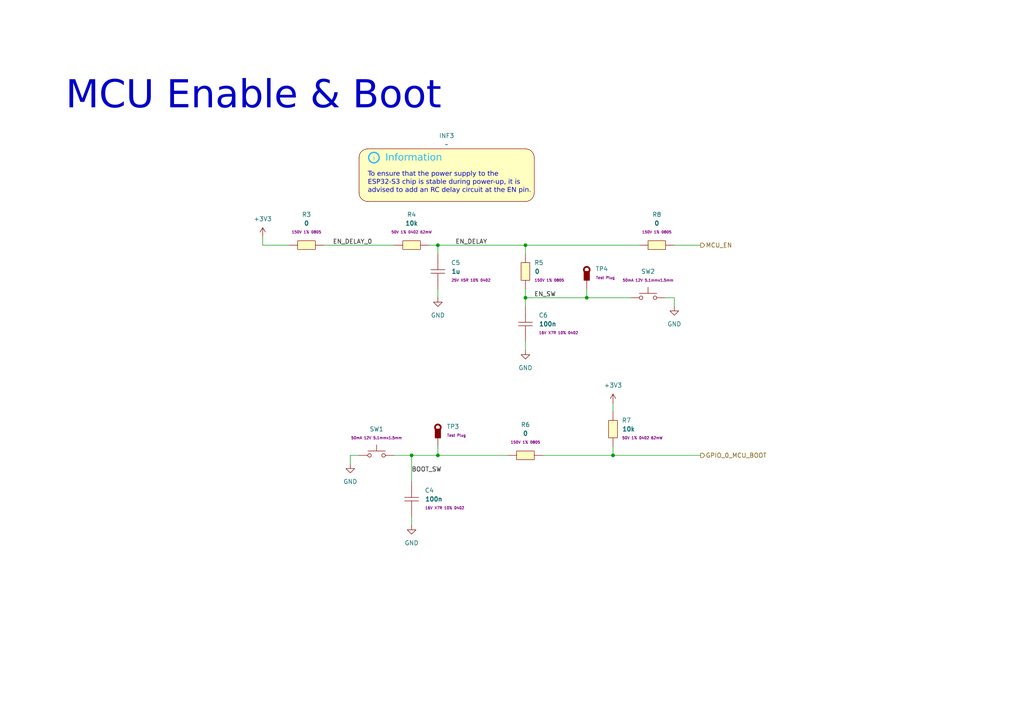
<source format=kicad_sch>
(kicad_sch (version 20231120) (generator "eeschema") (generator_version "8.0")
  (paper "A4")
  (title_block (title "AstraControl - Root") (date "2024-08-26") (rev "B") (company "LiveAstra Technologies"))
  (lib_symbols
    (symbol "LiveAstra:C_100nF_X7R_0402" (pin_numbers hide) (pin_names hide)
      (property "Reference" "C" (at 0 8.89 0))
      (property "Value" "100n" (at 0 6.35 0))
      (property "Extra Values" "16V X7R 10% 0402" (at 0 3.81 0))
      (symbol "C_100nF_X7R_0402_0_1"
        (polyline (pts (xy -2.54 0) (xy -0.51 0)))
        (polyline (pts (xy -0.51 2.03) (xy -0.51 -2.03)))
        (polyline (pts (xy 0.51 0) (xy 2.54 0)))
        (polyline (pts (xy 0.51 2.03) (xy 0.51 -2.03)))
      )
      (symbol "C_100nF_X7R_0402_1_1"
        (pin passive line (at -5.08 0 0) (length 2.54) (name "1") (number "1"))
        (pin passive line (at 5.08 0 180) (length 2.54) (name "2") (number "2"))
      )
    )
    (symbol "LiveAstra:C_1uF_X5R_0402" (pin_numbers hide) (pin_names hide)
      (property "Reference" "C" (at 0 8.89 0))
      (property "Value" "1u" (at 0 6.35 0))
      (property "Extra Values" "25V X5R 10% 0402" (at 0 3.81 0))
      (symbol "C_1uF_X5R_0402_0_1"
        (polyline (pts (xy -0.51 -2.03) (xy -0.51 2.03)))
        (polyline (pts (xy -0.51 0) (xy -2.54 0)))
        (polyline (pts (xy 0.51 2.03) (xy 0.51 -2.03)))
        (polyline (pts (xy 2.54 0) (xy 0.51 0)))
      )
      (symbol "C_1uF_X5R_0402_1_1"
        (pin passive line (at -5.08 0 0) (length 2.54) (name "1") (number "1"))
        (pin passive line (at 5.08 0 180) (length 2.54) (name "2") (number "2"))
      )
    )
    (symbol "LiveAstra:Information_Box" (pin_numbers hide) (pin_names (offset 0) hide) (exclude_from_sim yes) (in_bom no) (on_board no)
      (property "Reference" "INF" (at 0 10.16 0))
      (symbol "Information_Box_1_1"
        (arc (start -25.3998 -5.0798) (mid -24.6559 -6.8759) (end -22.8598 -7.6198) (fill (type background)))
        (rectangle (start -25.4 5.08) (end 25.4 -5.08) (stroke (width -0.0001)) (fill (type background)))
        (arc (start -22.86 7.62) (mid -24.6561 6.8761) (end -25.4 5.08) (fill (type background)))
        (rectangle (start -22.86 7.62) (end 22.86 -7.62) (stroke (width -0.0001)) (fill (type background)))
        (circle (center -21.082 5.08) (radius 1.524) (stroke (width 0.381) (color 41 182 246 1)))
        (polyline (pts (xy -25.4 5.08) (xy -25.4 -5.08)))
        (polyline (pts (xy -22.86 -7.62) (xy 22.86 -7.62)))
        (polyline (pts (xy 22.86 7.62) (xy -22.86 7.62)))
        (polyline (pts (xy 25.4 -5.08) (xy 25.4 5.08)))
        (arc (start 22.86 -7.62) (mid 24.6561 -6.8761) (end 25.4 -5.08) (fill (type background)))
        (arc (start 25.4 5.08) (mid 24.6561 6.8761) (end 22.86 7.62) (fill (type background)))
        (text "i" (at -21.0726 4.8456 0) (effects (font (size 1.27 1.27))))
        (text "Information" (at -17.78 5.08 0) (effects (font (size 2.032 2.032)) (justify left)))
      )
    )
    (symbol "LiveAstra:R_0Ohm_0805_125mW" (pin_numbers hide) (pin_names hide)
      (property "Reference" "R" (at 0 7.62 0))
      (property "Value" "0" (at 0 5.08 0))
      (property "Extra Values" "150V 1% 0805" (at 0 2.54 0))
      (symbol "R_0Ohm_0805_125mW_0_1"
        (rectangle (start -2.54 1.27) (end 2.54 -1.27) (fill (type background)))
      )
      (symbol "R_0Ohm_0805_125mW_1_1"
        (pin passive line (at -5.08 0 0) (length 2.54) (name "1") (number "1"))
        (pin passive line (at 5.08 0 180) (length 2.54) (name "2") (number "2"))
      )
    )
    (symbol "LiveAstra:R_10kOhm_0402_62mW" (pin_numbers hide) (pin_names hide)
      (property "Reference" "R" (at 0 7.62 0))
      (property "Value" "10k" (at 0 5.08 0))
      (property "Extra Values" "50V 1% 0402 62mW" (at 0 2.54 0))
      (symbol "R_10kOhm_0402_62mW_0_1"
        (rectangle (start -2.54 1.27) (end 2.54 -1.27) (fill (type background)))
      )
      (symbol "R_10kOhm_0402_62mW_1_1"
        (pin passive line (at -5.08 0 0) (length 2.54) (name "1") (number "1"))
        (pin passive line (at 5.08 0 180) (length 2.54) (name "2") (number "2"))
      )
    )
    (symbol "LiveAstra:TACTILE_SWITCH_Small_Basic" (pin_numbers hide) (pin_names hide)
      (property "Reference" "SW" (at 0 10.16 0))
      (property "Extra Values" "50mA 12V 5.1mmx1.5mm" (at 0 6.35 0))
      (symbol "TACTILE_SWITCH_Small_Basic_0_1"
        (circle (center -2.032 0) (radius 0.508))
        (polyline (pts (xy 0 1.27) (xy 0 3.048)))
        (polyline (pts (xy 2.54 1.27) (xy -2.54 1.27)))
        (circle (center 2.032 0) (radius 0.508))
        (pin passive line (at -5.08 0 0) (length 2.54) (name "1") (number "1"))
        (pin passive line (at 5.08 0 180) (length 2.54) (name "2") (number "2"))
      )
    )
    (symbol "LiveAstra:TestPoint_Thimble" (pin_numbers hide) (pin_names hide) (in_bom no)
      (property "Reference" "TP" (at 0 9.5043 0))
      (property "Extra Values" "Test Plug" (at 0 7.62 0))
      (symbol "TestPoint_Thimble_1_1"
        (rectangle (start -0.762 5.08) (end 0.762 2.54) (stroke (width 0.254)) (fill (type outline)))
        (arc (start 0.508 4.9323) (mid 0 6.4175) (end -0.508 4.9323) (stroke (width 0.508)))
        (pin passive line (at 0 0 90) (length 2.54) (name "1") (number "1"))
      )
    )
    (symbol "power:+3V3" (power) (pin_numbers hide) (pin_names (offset 0) hide)
      (property "Value" "+3V3" (at 0 3.556 0))
      (symbol "+3V3_0_1"
        (polyline (pts (xy -0.762 1.27) (xy 0 2.54)))
        (polyline (pts (xy 0 0) (xy 0 2.54)))
        (polyline (pts (xy 0 2.54) (xy 0.762 1.27)))
      )
      (symbol "+3V3_1_1"
        (pin power_in line (at 0 0 90) (length 0) (name "~") (number "1"))
      )
    )
    (symbol "power:GND" (power) (pin_numbers hide) (pin_names (offset 0) hide)
      (property "Value" "GND" (at 0 -3.81 0))
      (symbol "GND_0_1"
        (polyline (pts (xy 0 0) (xy 0 -1.27) (xy 1.27 -1.27) (xy 0 -2.54) (xy -1.27 -1.27) (xy 0 -1.27)))
      )
      (symbol "GND_1_1"
        (pin power_in line (at 0 0 270) (length 0) (name "~") (number "1"))
      )
    )
  )
  (junction (at 152.4 86.36))
  (junction (at 177.8 132.08))
  (junction (at 170.18 86.36))
  (junction (at 127 71.12))
  (junction (at 127 132.08))
  (junction (at 152.4 71.12))
  (junction (at 119.38 132.08))
  (wire (pts (xy 195.58 86.36) (xy 193.04 86.36)))
  (wire (pts (xy 152.4 86.36) (xy 152.4 88.9)))
  (wire (pts (xy 127 71.12) (xy 152.4 71.12)))
  (wire (pts (xy 83.82 71.12) (xy 76.2 71.12)))
  (wire (pts (xy 152.4 86.36) (xy 170.18 86.36)))
  (wire (pts (xy 119.38 152.4) (xy 119.38 149.86)))
  (wire (pts (xy 127 132.08) (xy 147.32 132.08)))
  (wire (pts (xy 119.38 132.08) (xy 119.38 139.7)))
  (wire (pts (xy 170.18 83.82) (xy 170.18 86.36)))
  (wire (pts (xy 127 71.12) (xy 127 73.66)))
  (wire (pts (xy 127 83.82) (xy 127 86.36)))
  (wire (pts (xy 152.4 71.12) (xy 185.42 71.12)))
  (wire (pts (xy 157.48 132.08) (xy 177.8 132.08)))
  (wire (pts (xy 101.6 132.08) (xy 104.14 132.08)))
  (wire (pts (xy 124.46 71.12) (xy 127 71.12)))
  (wire (pts (xy 127 129.54) (xy 127 132.08)))
  (wire (pts (xy 195.58 71.12) (xy 203.2 71.12)))
  (wire (pts (xy 119.38 132.08) (xy 127 132.08)))
  (wire (pts (xy 152.4 83.82) (xy 152.4 86.36)))
  (wire (pts (xy 177.8 132.08) (xy 203.2 132.08)))
  (wire (pts (xy 152.4 73.66) (xy 152.4 71.12)))
  (wire (pts (xy 93.98 71.12) (xy 114.3 71.12)))
  (wire (pts (xy 114.3 132.08) (xy 119.38 132.08)))
  (wire (pts (xy 76.2 71.12) (xy 76.2 68.58)))
  (wire (pts (xy 195.58 88.9) (xy 195.58 86.36)))
  (wire (pts (xy 177.8 129.54) (xy 177.8 132.08)))
  (wire (pts (xy 177.8 116.84) (xy 177.8 119.38)))
  (wire (pts (xy 170.18 86.36) (xy 182.88 86.36)))
  (wire (pts (xy 152.4 101.6) (xy 152.4 99.06)))
  (wire (pts (xy 101.6 134.62) (xy 101.6 132.08)))
  (text "MCU Enable & Boot" (at 19.05 25.4 0) (effects (font (size 8 8)) (justify left top)))
  (text "To ensure that the power supply to the \nESP32-S3 chip is stable during power-up, it is\nadvised to add an RC delay circuit at the EN pin." (at 106.68 53.34 0) (effects (font (size 1.397 1.397)) (justify left)))
  (label "EN_SW" (at 154.94 86.36 0))
  (label "EN_DELAY_0" (at 96.52 71.12 0))
  (label "BOOT_SW" (at 119.38 137.16 0))
  (label "EN_DELAY" (at 132.08 71.12 0))
  (hierarchical_label "MCU_EN" (shape output) (at 203.2 71.12 0))
  (hierarchical_label "GPIO_0_MCU_BOOT" (shape output) (at 203.2 132.08 0))
  (symbol (lib_id "LiveAstra:C_100nF_X7R_0402") (at 152.4 93.98 90) (unit 1)
    (property "Reference" "C6" (at 156.21 91.4399 90) (effects (justify right)))
    (property "Value" "100n" (at 156.21 93.98 90) (effects (font (bold yes)) (justify right)))
    (property "Footprint" "LiveAstra:C_0402_1005Metric" (effects (hide yes)))
    (property "Datasheet" "https://www.lcsc.com/product-detail/Multilayer-Ceramic-Capacitors-MLCC-SMD-SMT_Samsung-Electro-Mechanics-CL05B104KO5NNNC_C1525.html" (effects (hide yes)))
    (property "Description" "16V 100nF X7R ±10% 0402 Multilayer Ceramic Capacitors MLCC - SMD/SMT ROHS" (effects (hide yes)))
    (property "LCSC Part" "C1525" (effects (hide yes)))
    (property "Extra Values" "16V X7R 10% 0402" (at 156.21 96.5199 90) (effects (font (size 0.762 0.762) (bold yes)) (justify right)))
    (property "MFN" "Samsung Electro-Mechanics" (effects (hide yes)))
    (property "MPN" "CL05B104KO5NNNC" (effects (hide yes)))
  )
  (symbol (lib_id "power:GND") (at 152.4 101.6 0) (unit 1)
    (property "Reference" "#PWR015" (effects (hide yes)))
    (property "Value" "GND" (at 152.4 106.68 0))
    (property "Description" "Power symbol creates a global label with name \"GND\" , ground" (effects (hide yes)))
  )
  (symbol (lib_id "LiveAstra:R_0Ohm_0805_125mW") (at 152.4 78.74 90) (unit 1)
    (property "Reference" "R5" (at 154.94 76.1999 90) (effects (justify right)))
    (property "Value" "0" (at 154.94 78.74 90) (effects (font (bold yes)) (justify right)))
    (property "Footprint" "LiveAstra:R_0805_2012Metric_Pad1.20x1.40mm_HandSolder" (effects (hide yes)))
    (property "Datasheet" "https://lcsc.com/product-detail/Chip-Resistor-Surface-Mount-UniOhm_0R-0R0-1_C17477.html" (effects (hide yes)))
    (property "Description" "125mW Thick Film Resistors 150V ±800ppm/℃ ±1% 0Ω 0805 Chip Resistor - Surface Mount ROHS" (effects (hide yes)))
    (property "LCSC Part" "C17477" (effects (hide yes)))
    (property "Extra Values" "150V 1% 0805" (at 154.94 81.2799 90) (effects (font (size 0.762 0.762) (bold yes)) (justify right)))
    (property "MFN" "UNI-ROYAL(Uniroyal Elec)" (effects (hide yes)))
    (property "MPN" "0805W8F0000T5E" (effects (hide yes)))
  )
  (symbol (lib_id "power:+3V3") (at 76.2 68.58 0) (unit 1)
    (property "Reference" "#PWR011" (effects (hide yes)))
    (property "Value" "+3V3" (at 76.2 63.5 0))
    (property "Description" "Power symbol creates a global label with name \"+3V3\"" (effects (hide yes)))
  )
  (symbol (lib_id "LiveAstra:R_10kOhm_0402_62mW") (at 119.38 71.12 180) (unit 1)
    (property "Reference" "R4" (at 119.38 62.23 0))
    (property "Value" "10k" (at 119.38 64.77 0) (effects (font (bold yes))))
    (property "Footprint" "LiveAstra:R_0402_1005Metric" (effects (hide yes)))
    (property "Datasheet" "https://www.lcsc.com/product-detail/Chip-Resistor-Surface-Mount_UNI-ROYAL-Uniroyal-Elec-0402WGF1002TCE_C25744.html" (effects (hide yes)))
    (property "Description" "62.5mW Thick Film Resistors 50V ±100ppm/℃ ±1% 10kΩ 0402 Chip Resistor - Surface Mount ROHS" (effects (hide yes)))
    (property "LCSC Part" "C25744" (effects (hide yes)))
    (property "Extra Values" "50V 1% 0402 62mW" (at 119.38 67.31 0) (effects (font (size 0.762 0.762) (bold yes))))
    (property "MFN" "UNI-ROYAL(Uniroyal Elec)" (effects (hide yes)))
    (property "MPN" "0402WGF1002TCE" (effects (hide yes)))
  )
  (symbol (lib_id "power:GND") (at 119.38 152.4 0) (unit 1)
    (property "Reference" "#PWR013" (effects (hide yes)))
    (property "Value" "GND" (at 119.38 157.48 0))
    (property "Description" "Power symbol creates a global label with name \"GND\" , ground" (effects (hide yes)))
  )
  (symbol (lib_id "LiveAstra:R_0Ohm_0805_125mW") (at 190.5 71.12 180) (unit 1)
    (property "Reference" "R8" (at 190.5 62.23 0))
    (property "Value" "0" (at 190.5 64.77 0) (effects (font (bold yes))))
    (property "Footprint" "LiveAstra:R_0805_2012Metric_Pad1.20x1.40mm_HandSolder" (effects (hide yes)))
    (property "Datasheet" "https://lcsc.com/product-detail/Chip-Resistor-Surface-Mount-UniOhm_0R-0R0-1_C17477.html" (effects (hide yes)))
    (property "Description" "125mW Thick Film Resistors 150V ±800ppm/℃ ±1% 0Ω 0805 Chip Resistor - Surface Mount ROHS" (effects (hide yes)))
    (property "LCSC Part" "C17477" (effects (hide yes)))
    (property "Extra Values" "150V 1% 0805" (at 190.5 67.31 0) (effects (font (size 0.762 0.762) (bold yes))))
    (property "MFN" "UNI-ROYAL(Uniroyal Elec)" (effects (hide yes)))
    (property "MPN" "0805W8F0000T5E" (effects (hide yes)))
  )
  (symbol (lib_id "LiveAstra:TestPoint_Thimble") (at 170.18 83.82 0) (unit 1) (in_bom no)
    (property "Reference" "TP4" (at 172.72 78.0076 0) (effects (justify left)))
    (property "Value" "TestPoint_Thimble" (effects (hide yes)))
    (property "Footprint" "LiveAstra:TestPoint_Loop_D3.50mm_Drill0.9mm_Beaded" (effects (hide yes)))
    (property "Datasheet" "https://www.lcsc.com/product-detail/Thimble-Copper-Rod-Test-Ring_ronghe-RH-5000_C5277086.html" (effects (hide yes)))
    (property "Description" "Test Points / Test Rings ROHS" (effects (hide yes)))
    (property "LCSC Part" "C5277086" (effects (hide yes)))
    (property "Extra Values" "Test Plug" (at 172.72 80.5476 0) (effects (font (size 0.762 0.762) (bold yes)) (justify left)))
    (property "MFN" "ronghe" (effects (hide yes)))
    (property "MPN" "RH-5000" (effects (hide yes)))
  )
  (symbol (lib_id "power:GND") (at 195.58 88.9 0) (unit 1)
    (property "Reference" "#PWR017" (effects (hide yes)))
    (property "Value" "GND" (at 195.58 93.98 0))
    (property "Description" "Power symbol creates a global label with name \"GND\" , ground" (effects (hide yes)))
  )
  (symbol (lib_id "power:GND") (at 101.6 134.62 0) (unit 1)
    (property "Reference" "#PWR012" (effects (hide yes)))
    (property "Value" "GND" (at 101.6 139.7 0))
    (property "Description" "Power symbol creates a global label with name \"GND\" , ground" (effects (hide yes)))
  )
  (symbol (lib_id "LiveAstra:R_0Ohm_0805_125mW") (at 88.9 71.12 180) (unit 1)
    (property "Reference" "R3" (at 88.9 62.23 0))
    (property "Value" "0" (at 88.9 64.77 0) (effects (font (bold yes))))
    (property "Footprint" "LiveAstra:R_0805_2012Metric_Pad1.20x1.40mm_HandSolder" (effects (hide yes)))
    (property "Datasheet" "https://lcsc.com/product-detail/Chip-Resistor-Surface-Mount-UniOhm_0R-0R0-1_C17477.html" (effects (hide yes)))
    (property "Description" "125mW Thick Film Resistors 150V ±800ppm/℃ ±1% 0Ω 0805 Chip Resistor - Surface Mount ROHS" (effects (hide yes)))
    (property "LCSC Part" "C17477" (effects (hide yes)))
    (property "Extra Values" "150V 1% 0805" (at 88.9 67.31 0) (effects (font (size 0.762 0.762) (bold yes))))
    (property "MFN" "UNI-ROYAL(Uniroyal Elec)" (effects (hide yes)))
    (property "MPN" "0805W8F0000T5E" (effects (hide yes)))
  )
  (symbol (lib_id "LiveAstra:Information_Box") (at 129.54 50.8 0) (unit 1) (exclude_from_sim yes) (in_bom no) (on_board no)
    (property "Reference" "INF3" (at 129.54 39.37 0))
    (property "Value" "~" (at 129.54 41.91 0))
  )
  (symbol (lib_id "LiveAstra:R_0Ohm_0805_125mW") (at 152.4 132.08 180) (unit 1)
    (property "Reference" "R6" (at 152.4 123.19 0))
    (property "Value" "0" (at 152.4 125.73 0) (effects (font (bold yes))))
    (property "Footprint" "LiveAstra:R_0805_2012Metric_Pad1.20x1.40mm_HandSolder" (effects (hide yes)))
    (property "Datasheet" "https://lcsc.com/product-detail/Chip-Resistor-Surface-Mount-UniOhm_0R-0R0-1_C17477.html" (effects (hide yes)))
    (property "Description" "125mW Thick Film Resistors 150V ±800ppm/℃ ±1% 0Ω 0805 Chip Resistor - Surface Mount ROHS" (effects (hide yes)))
    (property "LCSC Part" "C17477" (effects (hide yes)))
    (property "Extra Values" "150V 1% 0805" (at 152.4 128.27 0) (effects (font (size 0.762 0.762) (bold yes))))
    (property "MFN" "UNI-ROYAL(Uniroyal Elec)" (effects (hide yes)))
    (property "MPN" "0805W8F0000T5E" (effects (hide yes)))
  )
  (symbol (lib_id "power:+3V3") (at 177.8 116.84 0) (unit 1)
    (property "Reference" "#PWR016" (effects (hide yes)))
    (property "Value" "+3V3" (at 177.8 111.76 0))
    (property "Description" "Power symbol creates a global label with name \"+3V3\"" (effects (hide yes)))
  )
  (symbol (lib_id "LiveAstra:C_100nF_X7R_0402") (at 119.38 144.78 270) (unit 1)
    (property "Reference" "C4" (at 123.19 142.2399 90) (effects (justify left)))
    (property "Value" "100n" (at 123.19 144.78 90) (effects (font (bold yes)) (justify left)))
    (property "Footprint" "LiveAstra:C_0402_1005Metric" (effects (hide yes)))
    (property "Datasheet" "https://www.lcsc.com/product-detail/Multilayer-Ceramic-Capacitors-MLCC-SMD-SMT_Samsung-Electro-Mechanics-CL05B104KO5NNNC_C1525.html" (effects (hide yes)))
    (property "Description" "16V 100nF X7R ±10% 0402 Multilayer Ceramic Capacitors MLCC - SMD/SMT ROHS" (effects (hide yes)))
    (property "LCSC Part" "C1525" (effects (hide yes)))
    (property "Extra Values" "16V X7R 10% 0402" (at 123.19 147.3199 90) (effects (font (size 0.762 0.762) (bold yes)) (justify left)))
    (property "MFN" "Samsung Electro-Mechanics" (effects (hide yes)))
    (property "MPN" "CL05B104KO5NNNC" (effects (hide yes)))
  )
  (symbol (lib_id "LiveAstra:R_10kOhm_0402_62mW") (at 177.8 124.46 270) (unit 1)
    (property "Reference" "R7" (at 180.34 121.9199 90) (effects (justify left)))
    (property "Value" "10k" (at 180.34 124.46 90) (effects (font (bold yes)) (justify left)))
    (property "Footprint" "LiveAstra:R_0402_1005Metric" (effects (hide yes)))
    (property "Datasheet" "https://www.lcsc.com/product-detail/Chip-Resistor-Surface-Mount_UNI-ROYAL-Uniroyal-Elec-0402WGF1002TCE_C25744.html" (effects (hide yes)))
    (property "Description" "62.5mW Thick Film Resistors 50V ±100ppm/℃ ±1% 10kΩ 0402 Chip Resistor - Surface Mount ROHS" (effects (hide yes)))
    (property "LCSC Part" "C25744" (effects (hide yes)))
    (property "Extra Values" "50V 1% 0402 62mW" (at 180.34 126.9999 90) (effects (font (size 0.762 0.762) (bold yes)) (justify left)))
    (property "MFN" "UNI-ROYAL(Uniroyal Elec)" (effects (hide yes)))
    (property "MPN" "0402WGF1002TCE" (effects (hide yes)))
  )
  (symbol (lib_id "LiveAstra:TACTILE_SWITCH_Small_Basic") (at 187.96 86.36 0) (unit 1)
    (property "Reference" "SW2" (at 187.96 78.74 0))
    (property "Value" "TS_Basic_Small" (effects (hide yes)))
    (property "Footprint" "LiveAstra:TACTILE_SWITCH-SMD_4P-L5.1-W5.1-P3.70-LS6.5-TL-2" (effects (hide yes)))
    (property "Datasheet" "https://lcsc.com/product-detail/Tactile-Switches_XKB-Enterprise-TS-1187-B-A-A_C318884.html" (effects (hide yes)))
    (property "Description" "None Without 50mA 5.1mm 100000 Times 160gf 12V 5.1mm 1.5mm Round Button Standing paste SPST SMD Tactile Switches ROHS" (effects (hide yes)))
    (property "LCSC Part" "C318884" (effects (hide yes)))
    (property "Extra Values" "50mA 12V 5.1mmx1.5mm" (at 187.96 81.28 0) (effects (font (size 0.762 0.762) (bold yes))))
    (property "MFN" "XKB Connection" (effects (hide yes)))
    (property "MPN" "TS-1187A-B-A-B" (effects (hide yes)))
  )
  (symbol (lib_id "power:GND") (at 127 86.36 0) (unit 1)
    (property "Reference" "#PWR014" (effects (hide yes)))
    (property "Value" "GND" (at 127 91.44 0))
    (property "Description" "Power symbol creates a global label with name \"GND\" , ground" (effects (hide yes)))
  )
  (symbol (lib_id "LiveAstra:TACTILE_SWITCH_Small_Basic") (at 109.22 132.08 0) (unit 1)
    (property "Reference" "SW1" (at 109.22 124.46 0))
    (property "Value" "TS_Basic_Small" (effects (hide yes)))
    (property "Footprint" "LiveAstra:TACTILE_SWITCH-SMD_4P-L5.1-W5.1-P3.70-LS6.5-TL-2" (effects (hide yes)))
    (property "Datasheet" "https://lcsc.com/product-detail/Tactile-Switches_XKB-Enterprise-TS-1187-B-A-A_C318884.html" (effects (hide yes)))
    (property "Description" "None Without 50mA 5.1mm 100000 Times 160gf 12V 5.1mm 1.5mm Round Button Standing paste SPST SMD Tactile Switches ROHS" (effects (hide yes)))
    (property "LCSC Part" "C318884" (effects (hide yes)))
    (property "Extra Values" "50mA 12V 5.1mmx1.5mm" (at 109.22 127 0) (effects (font (size 0.762 0.762) (bold yes))))
    (property "MFN" "XKB Connection" (effects (hide yes)))
    (property "MPN" "TS-1187A-B-A-B" (effects (hide yes)))
  )
  (symbol (lib_id "LiveAstra:C_1uF_X5R_0402") (at 127 78.74 270) (unit 1)
    (property "Reference" "C5" (at 130.81 76.1999 90) (effects (justify left)))
    (property "Value" "1u" (at 130.81 78.74 90) (effects (font (bold yes)) (justify left)))
    (property "Footprint" "LiveAstra:C_0402_1005Metric" (effects (hide yes)))
    (property "Datasheet" "https://lcsc.com/product-detail/Multilayer-Ceramic-Capacitors-MLCC-SMD-SMT_SAMSUNG_CL05A105KA5NQNC_1uF-105-10-25V_C52923.html" (effects (hide yes)))
    (property "Description" "25V 1uF X5R ±10% 0402 Multilayer Ceramic Capacitors MLCC - SMD/SMT ROHS" (effects (hide yes)))
    (property "LCSC Part" "C52923" (effects (hide yes)))
    (property "Extra Values" "25V X5R 10% 0402" (at 130.81 81.2799 90) (effects (font (size 0.762 0.762) (bold yes)) (justify left)))
    (property "MFN" "Samsung Electro-Mechanics" (effects (hide yes)))
    (property "MPR" "CL05A105KA5NQNC" (effects (hide yes)))
    (property "MPN" "CL05A105KA5NQNC" (effects (hide yes)))
  )
  (symbol (lib_id "LiveAstra:TestPoint_Thimble") (at 127 129.54 0) (unit 1) (in_bom no)
    (property "Reference" "TP3" (at 129.54 123.7276 0) (effects (justify left)))
    (property "Value" "TestPoint_Thimble" (effects (hide yes)))
    (property "Footprint" "LiveAstra:TestPoint_Loop_D3.50mm_Drill0.9mm_Beaded" (effects (hide yes)))
    (property "Datasheet" "https://www.lcsc.com/product-detail/Thimble-Copper-Rod-Test-Ring_ronghe-RH-5000_C5277086.html" (effects (hide yes)))
    (property "Description" "Test Points / Test Rings ROHS" (effects (hide yes)))
    (property "LCSC Part" "C5277086" (effects (hide yes)))
    (property "Extra Values" "Test Plug" (at 129.54 126.2676 0) (effects (font (size 0.762 0.762) (bold yes)) (justify left)))
    (property "MFN" "ronghe" (effects (hide yes)))
    (property "MPN" "RH-5000" (effects (hide yes)))
  )
)
</source>
